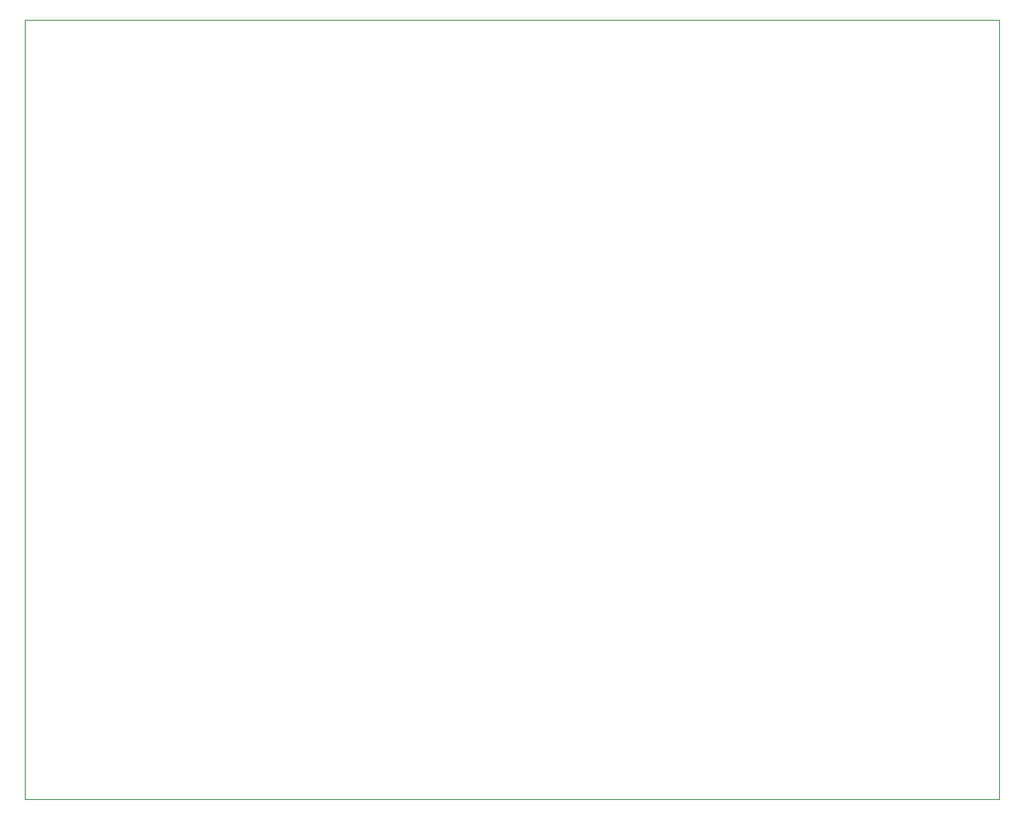
<source format=gbr>
%TF.GenerationSoftware,KiCad,Pcbnew,(7.0.0-rc2-19-gbcc1e28bab)*%
%TF.CreationDate,2023-01-26T23:12:18-08:00*%
%TF.ProjectId,Amplified-WSPR-Beacon-v3,416d706c-6966-4696-9564-2d575350522d,rev?*%
%TF.SameCoordinates,Original*%
%TF.FileFunction,Profile,NP*%
%FSLAX46Y46*%
G04 Gerber Fmt 4.6, Leading zero omitted, Abs format (unit mm)*
G04 Created by KiCad (PCBNEW (7.0.0-rc2-19-gbcc1e28bab)) date 2023-01-26 23:12:18*
%MOMM*%
%LPD*%
G01*
G04 APERTURE LIST*
%TA.AperFunction,Profile*%
%ADD10C,0.100000*%
%TD*%
G04 APERTURE END LIST*
D10*
X89728000Y-56712000D02*
X189360000Y-56712000D01*
X189360000Y-56712000D02*
X189360000Y-136432000D01*
X189360000Y-136432000D02*
X89728000Y-136432000D01*
X89728000Y-136432000D02*
X89728000Y-56712000D01*
M02*

</source>
